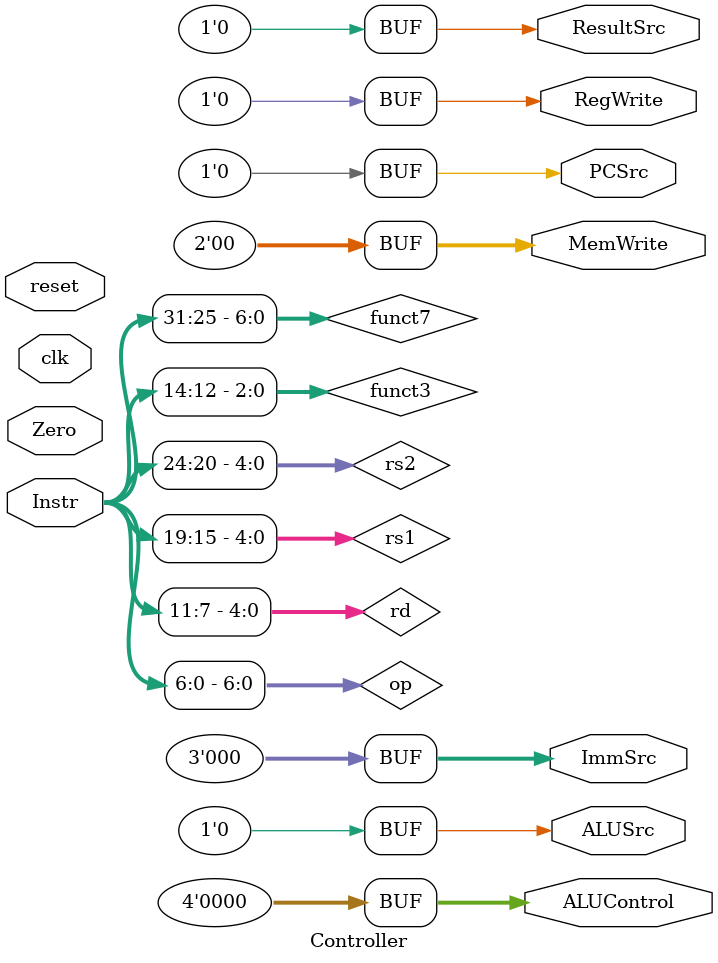
<source format=v>
module Controller
(
    input clk, reset,
    input Zero,
    input [31:0] Instr,


    output reg PCSrc, RegWrite, ALUSrc, ResultSrc,
    output reg [1:0] MemWrite,
    output reg [2:0] ImmSrc,
    output reg [3:0] ALUControl
);

// ALU Operations
localparam  ALU_ADD  = 4'b0000,
            ALU_SUB  = 4'b0001,
            ALU_SLL  = 4'b0010,
            ALU_SLT  = 4'b0011,
            ALU_SLTU = 4'b0100,
            ALU_XOR  = 4'b0101,
            ALU_SRL  = 4'b0110,
            ALU_SRA  = 4'b0111,
            ALU_OR   = 4'b1000,
            ALU_AND  = 4'b1001;

//opcode
localparam  LUI_INSTR       = 7'b0110111,
            AUIPC_INSTR     = 7'b0010111,
            JAL_INSTR       = 7'b1101111,
            BRANCH_INSTR    = 7'b1100011,
            JALR_INSTR      = 7'b1100111,
            MEM_LOAD_INSTR  = 7'b0000011,
            REG_IMM_INSTR   = 7'b0010011,
            MEM_STORE_INSTR = 7'b0100011,
            CNST_SHFT_INSTR = 7'b0010011,
            REG_REG_INSTR   = 7'b0110011;

//f3
localparam  BEQ  = 3'b000,
            BNE  = 3'b001,
            BLT  = 3'b100,
            BGE  = 3'b101,
            BLTU = 3'b110,
            BGEU = 3'b111;
//f3
localparam  LB  = 3'b000,
            LH  = 3'b001,
            LW  = 3'b010,
            LBU = 3'b100,
            LHU = 3'b101;
//f3
localparam  ADDI  = 3'b000,
            SLTI  = 3'b010,
            SLTIU = 3'b011,
            XORI  = 3'b100,
            ORI   = 3'b110,
            ANDI  = 3'b111;
//f3
localparam  SB = 3'b000,
            SH = 3'b001,
            SW = 3'b010;
//{f7,f3}
localparam  SLLI = {7'b0000000, 3'b001},
            SRLI = {7'b0000000, 3'b101},
            SRAI = {7'b0100000, 3'b101};
//{f7,f3}
localparam  ADD  = {7'b0000000, 3'b000},
            SUB  = {7'b0100000, 3'b000},
            SLL  = {7'b0000000, 3'b001},
            SLT  = {7'b0000000, 3'b010},
            SLTU = {7'b0000000, 3'b011},
            XOR_ = {7'b0000000, 3'b100},
            SRL  = {7'b0000000, 3'b101},
            SRA  = {7'b0100000, 3'b101},
            OR_  = {7'b0000000, 3'b110},
            AND_ = {7'b0000000, 3'b111};

wire [6:0] op;
wire [4:0] rd, rs1, rs2;
wire [2:0] funct3;
wire [6:0] funct7;

assign op = Instr[6:0];
assign rd = Instr[11:7];
assign rs1 = Instr[19:15];
assign rs2 = Instr[24:20];
assign funct3 = Instr[14:12];
assign funct7 = Instr[31:25];

initial begin
    PCSrc = 1'b0;
    RegWrite = 1'b0;
    ALUSrc = 1'b0;
    ResultSrc = 1'b0;
    MemWrite = 2'b00;
    ImmSrc = 3'b000;
    ALUControl = 4'b0000;
end

always@(*) begin
    case(op) 
        LUI_INSTR: begin



        end





    endcase

end




endmodule
</source>
